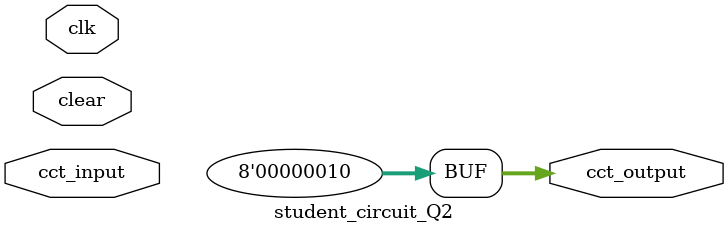
<source format=sv>
module student_circuit_Q2 (
	input wire        clk,
	input wire        clear,
	input wire  [7:0] cct_input,
	output reg  [7:0] cct_output
);

always @ *
	cct_output  = 8'H2;

endmodule

</source>
